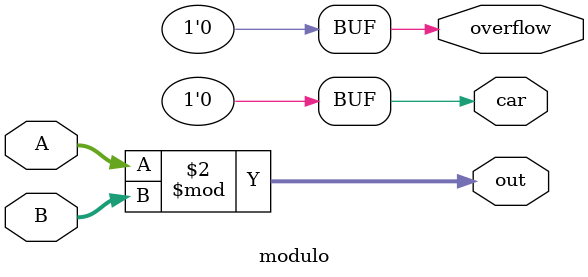
<source format=sv>
module modulo #(parameter n = 5) (input signed [n-1:0] A, 
													  input signed [n-1:0] B, 
													  output reg [n-1:0] out,
													  output bit overflow,
													  output bit car);
	reg [n:0] mod;	
	assign car = 0;
	assign overflow = 0;
	always_comb  begin
		out = A%B;
	end
endmodule

</source>
